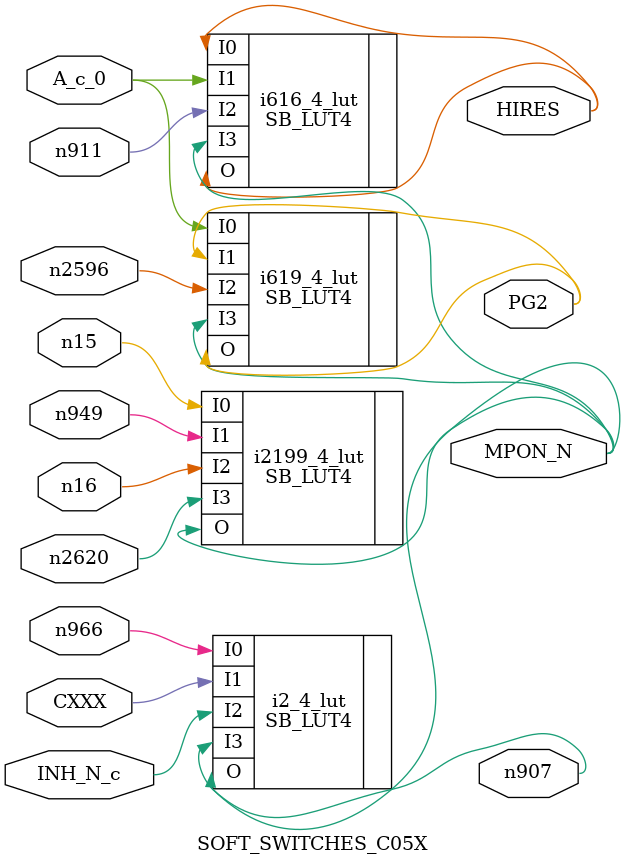
<source format=v>

module MMU (A, PHI_0, Q3, PRAS_N, R_W_N, INH_N, DMA_N, ORA, 
            EN80_N, KBD_N, ROMEN1_N, ROMEN2_N, MD7, R_W_N_245, CASEN_N, 
            CXXXOUT);   // ../custom/mmu.vhdl(17[8:11])
    input [15:0]A;   // ../custom/mmu.vhdl(19[9:10])
    input PHI_0;   // ../custom/mmu.vhdl(20[9:14])
    input Q3;   // ../custom/mmu.vhdl(21[9:11])
    input PRAS_N;   // ../custom/mmu.vhdl(22[9:15])
    input R_W_N;   // ../custom/mmu.vhdl(23[9:14])
    input INH_N;   // ../custom/mmu.vhdl(24[9:14])
    input DMA_N;   // ../custom/mmu.vhdl(25[9:14])
    output [7:0]ORA;   // ../custom/mmu.vhdl(27[9:12])
    output EN80_N;   // ../custom/mmu.vhdl(28[9:15])
    output KBD_N;   // ../custom/mmu.vhdl(29[9:14])
    inout ROMEN1_N /* synthesis black_box_pad_pin=1 */ ;   // ../custom/mmu.vhdl(30[9:17])
    output ROMEN2_N;   // ../custom/mmu.vhdl(31[9:17])
    inout MD7 /* synthesis black_box_pad_pin=1 */ ;   // ../custom/mmu.vhdl(32[9:12])
    inout R_W_N_245 /* synthesis black_box_pad_pin=1 */ ;   // ../custom/mmu.vhdl(33[9:18])
    output CASEN_N;   // ../custom/mmu.vhdl(34[9:16])
    output CXXXOUT;   // ../custom/mmu.vhdl(35[9:16])
    
    wire PHI_0_c /* synthesis is_clock=1, SET_AS_NETWORK=PHI_0_c */ ;   // ../custom/mmu.vhdl(20[9:14])
    wire DELAY_CLK /* synthesis is_clock=1, SET_AS_NETWORK=DELAY_CLK */ ;   // ../custom/mmu.vhdl(360[12:21])
    wire DEV0_N /* synthesis is_clock=1, SET_AS_NETWORK=DEV0_N */ ;   // ../custom/mmu.vhdl(368[12:18])
    
    wire GND_net, VCC_net, A_c_15, A_c_14, A_c_13, A_c_12, A_c_11, 
        A_c_10, A_c_9, A_c_8, A_c_7, A_c_6, A_c_5, A_c_4, A_c_3, 
        A_c_2, A_c_1, A_c_0, Q3_c, PRAS_N_c, R_W_N_c, INH_N_c, 
        DMA_N_c, EN80_N_c, KBD_N_c, ROMEN2_N_c, CASEN_N_c, CXXXOUT_c, 
        D_PHI_0, CXXX, C8_FXX, D_FXXX, MC0XX_N, LATCHED_MC05X_N, 
        MPON_N, BANK1, BANK2, RDRAM, RDROM, WRPROT, EN80VID, FLG1, 
        FLG2, PENIO_N, ALTSTKZP, INTC300_N, PG2, HIRES, SELMB_N, 
        INTC8ACC, CENROM1, UNGATED_MD7;
    wire [7:0]UNGATED_RA;   // ../custom/mmu.vhdl(379[12:22])
    
    wire RA_ENABLE_N, ROMEN1_N_INT, MD7_ENABLE_N_N_6, R_W_N_245_INT, 
        RA_ENABLE_N_N_2, FXXX_N_N_8, DXXX_N_N_13, S_01XX_N_N_51, A3_N_80, 
        ENABLE_N, n1226, SELMB_N_N_137, n911, D2_6_N_148, n966, 
        n1145, INTC8EN, INTC3ACC_N_N_175, n907, n626, MA12_N_209, 
        n2523, n912, n949, n933, n927, n953, n906, n2520, n2596, 
        n2620, n2584, n2576, n16, n15;
    
    VCC i2 (.Y(VCC_net));
    DELAY_OSCILLATOR U_DELAY_OSCILLATOR (.VCC_net(VCC_net), .DELAY_CLK(DELAY_CLK));   // ../custom/mmu.vhdl(388[26:42])
    SB_IO_OD U_MD7 (.PACKAGEPIN(MD7), .LATCHINPUTVALUE(GND_net), .CLOCKENABLE(GND_net), 
            .INPUTCLK(GND_net), .OUTPUTCLK(GND_net), .OUTPUTENABLE(MD7_ENABLE_N_N_6), 
            .DOUT1(GND_net), .DOUT0(UNGATED_MD7)) /* synthesis syn_instantiated=1 */ ;
    defparam U_MD7.PIN_TYPE = 101001;
    defparam U_MD7.NEG_TRIGGER = 1'b0;
    SB_IO_OD U_R_W_N_245 (.PACKAGEPIN(R_W_N_245), .LATCHINPUTVALUE(GND_net), 
            .CLOCKENABLE(GND_net), .INPUTCLK(GND_net), .OUTPUTCLK(GND_net), 
            .OUTPUTENABLE(VCC_net), .DOUT1(GND_net), .DOUT0(R_W_N_245_INT)) /* synthesis syn_instantiated=1 */ ;
    defparam U_R_W_N_245.PIN_TYPE = 011001;
    defparam U_R_W_N_245.NEG_TRIGGER = 1'b0;
    SB_IO_OD U_ROMEN1_N (.PACKAGEPIN(ROMEN1_N), .LATCHINPUTVALUE(GND_net), 
            .CLOCKENABLE(GND_net), .INPUTCLK(GND_net), .OUTPUTCLK(GND_net), 
            .OUTPUTENABLE(VCC_net), .DOUT1(GND_net), .DOUT0(ROMEN1_N_INT)) /* synthesis syn_instantiated=1 */ ;
    defparam U_ROMEN1_N.PIN_TYPE = 011001;
    defparam U_ROMEN1_N.NEG_TRIGGER = 1'b0;
    MMU_ADDR_DECODER U_ADDR_DECODER (.A_c_15(A_c_15), .A_c_14(A_c_14), .A_c_13(A_c_13), 
            .FXXX_N_N_8(FXXX_N_N_8), .GND_net(GND_net), .CXXXOUT_c(CXXXOUT_c), 
            .INH_N_c(INH_N_c), .PHI_0_c(PHI_0_c), .DMA_N_c(DMA_N_c), .R_W_N_c(R_W_N_c), 
            .R_W_N_245_INT(R_W_N_245_INT), .A_c_12(A_c_12), .A_c_8(A_c_8), 
            .n626(n626), .S_01XX_N_N_51(S_01XX_N_N_51), .DXXX_N_N_13(DXXX_N_N_13), 
            .CXXX(CXXX), .A_c_3(A_c_3), .n2523(n2523), .A_c_11(A_c_11), 
            .C8_FXX(C8_FXX), .n906(n906), .A_c_9(A_c_9), .A_c_10(A_c_10), 
            .MC0XX_N(MC0XX_N), .A_c_4(A_c_4), .MD7_ENABLE_N_N_6(MD7_ENABLE_N_N_6), 
            .D_FXXX(D_FXXX), .BANK1(BANK1), .MA12_N_209(MA12_N_209), .A_c_7(A_c_7), 
            .n1226(n1226), .KBD_N_c(KBD_N_c), .FLG2(FLG2), .FLG1(FLG1), 
            .SELMB_N_N_137(SELMB_N_N_137), .n927(n927), .INTC300_N(INTC300_N), 
            .INTC3ACC_N_N_175(INTC3ACC_N_N_175), .A_c_6(A_c_6), .A_c_5(A_c_5), 
            .n953(n953));   // ../custom/mmu.vhdl(398[22:38])
    SB_IO INH_N_pad (.PACKAGE_PIN(INH_N), .OUTPUT_ENABLE(VCC_net), .D_IN_0(INH_N_c));   // C:/lscc/iCEcube2.2020.12/LSE/userware/NT/SYNTHESIS_HEADERS/sb_ice40.v(502[8:13])
    defparam INH_N_pad.PIN_TYPE = 6'b000001;
    defparam INH_N_pad.PULLUP = 1'b0;
    defparam INH_N_pad.NEG_TRIGGER = 1'b0;
    defparam INH_N_pad.IO_STANDARD = "SB_LVCMOS";
    SB_IO R_W_N_pad (.PACKAGE_PIN(R_W_N), .OUTPUT_ENABLE(VCC_net), .D_IN_0(R_W_N_c));   // C:/lscc/iCEcube2.2020.12/LSE/userware/NT/SYNTHESIS_HEADERS/sb_ice40.v(502[8:13])
    defparam R_W_N_pad.PIN_TYPE = 6'b000001;
    defparam R_W_N_pad.PULLUP = 1'b0;
    defparam R_W_N_pad.NEG_TRIGGER = 1'b0;
    defparam R_W_N_pad.IO_STANDARD = "SB_LVCMOS";
    SB_IO PRAS_N_pad (.PACKAGE_PIN(PRAS_N), .OUTPUT_ENABLE(VCC_net), .D_IN_0(PRAS_N_c));   // C:/lscc/iCEcube2.2020.12/LSE/userware/NT/SYNTHESIS_HEADERS/sb_ice40.v(502[8:13])
    defparam PRAS_N_pad.PIN_TYPE = 6'b000001;
    defparam PRAS_N_pad.PULLUP = 1'b0;
    defparam PRAS_N_pad.NEG_TRIGGER = 1'b0;
    defparam PRAS_N_pad.IO_STANDARD = "SB_LVCMOS";
    SB_IO Q3_pad (.PACKAGE_PIN(Q3), .OUTPUT_ENABLE(VCC_net), .D_IN_0(Q3_c));   // C:/lscc/iCEcube2.2020.12/LSE/userware/NT/SYNTHESIS_HEADERS/sb_ice40.v(502[8:13])
    defparam Q3_pad.PIN_TYPE = 6'b000001;
    defparam Q3_pad.PULLUP = 1'b0;
    defparam Q3_pad.NEG_TRIGGER = 1'b0;
    defparam Q3_pad.IO_STANDARD = "SB_LVCMOS";
    SB_GB_IO PHI_0_pad (.PACKAGE_PIN(PHI_0), .OUTPUT_ENABLE(VCC_net), .GLOBAL_BUFFER_OUTPUT(PHI_0_c));   // ../custom/mmu.vhdl(20[9:14])
    defparam PHI_0_pad.PIN_TYPE = 6'b000001;
    defparam PHI_0_pad.PULLUP = 1'b0;
    defparam PHI_0_pad.NEG_TRIGGER = 1'b0;
    defparam PHI_0_pad.IO_STANDARD = "SB_LVCMOS";
    SB_IO A_pad_0 (.PACKAGE_PIN(A[0]), .OUTPUT_ENABLE(VCC_net), .D_IN_0(A_c_0));   // C:/lscc/iCEcube2.2020.12/LSE/userware/NT/SYNTHESIS_HEADERS/sb_ice40.v(502[8:13])
    defparam A_pad_0.PIN_TYPE = 6'b000001;
    defparam A_pad_0.PULLUP = 1'b0;
    defparam A_pad_0.NEG_TRIGGER = 1'b0;
    defparam A_pad_0.IO_STANDARD = "SB_LVCMOS";
    SB_IO A_pad_1 (.PACKAGE_PIN(A[1]), .OUTPUT_ENABLE(VCC_net), .D_IN_0(A_c_1));   // C:/lscc/iCEcube2.2020.12/LSE/userware/NT/SYNTHESIS_HEADERS/sb_ice40.v(502[8:13])
    defparam A_pad_1.PIN_TYPE = 6'b000001;
    defparam A_pad_1.PULLUP = 1'b0;
    defparam A_pad_1.NEG_TRIGGER = 1'b0;
    defparam A_pad_1.IO_STANDARD = "SB_LVCMOS";
    SB_IO A_pad_2 (.PACKAGE_PIN(A[2]), .OUTPUT_ENABLE(VCC_net), .D_IN_0(A_c_2));   // C:/lscc/iCEcube2.2020.12/LSE/userware/NT/SYNTHESIS_HEADERS/sb_ice40.v(502[8:13])
    defparam A_pad_2.PIN_TYPE = 6'b000001;
    defparam A_pad_2.PULLUP = 1'b0;
    defparam A_pad_2.NEG_TRIGGER = 1'b0;
    defparam A_pad_2.IO_STANDARD = "SB_LVCMOS";
    SB_IO A_pad_3 (.PACKAGE_PIN(A[3]), .OUTPUT_ENABLE(VCC_net), .D_IN_0(A_c_3));   // C:/lscc/iCEcube2.2020.12/LSE/userware/NT/SYNTHESIS_HEADERS/sb_ice40.v(502[8:13])
    defparam A_pad_3.PIN_TYPE = 6'b000001;
    defparam A_pad_3.PULLUP = 1'b0;
    defparam A_pad_3.NEG_TRIGGER = 1'b0;
    defparam A_pad_3.IO_STANDARD = "SB_LVCMOS";
    SB_IO A_pad_4 (.PACKAGE_PIN(A[4]), .OUTPUT_ENABLE(VCC_net), .D_IN_0(A_c_4));   // C:/lscc/iCEcube2.2020.12/LSE/userware/NT/SYNTHESIS_HEADERS/sb_ice40.v(502[8:13])
    defparam A_pad_4.PIN_TYPE = 6'b000001;
    defparam A_pad_4.PULLUP = 1'b0;
    defparam A_pad_4.NEG_TRIGGER = 1'b0;
    defparam A_pad_4.IO_STANDARD = "SB_LVCMOS";
    SB_IO A_pad_5 (.PACKAGE_PIN(A[5]), .OUTPUT_ENABLE(VCC_net), .D_IN_0(A_c_5));   // C:/lscc/iCEcube2.2020.12/LSE/userware/NT/SYNTHESIS_HEADERS/sb_ice40.v(502[8:13])
    defparam A_pad_5.PIN_TYPE = 6'b000001;
    defparam A_pad_5.PULLUP = 1'b0;
    defparam A_pad_5.NEG_TRIGGER = 1'b0;
    defparam A_pad_5.IO_STANDARD = "SB_LVCMOS";
    SB_IO A_pad_6 (.PACKAGE_PIN(A[6]), .OUTPUT_ENABLE(VCC_net), .D_IN_0(A_c_6));   // C:/lscc/iCEcube2.2020.12/LSE/userware/NT/SYNTHESIS_HEADERS/sb_ice40.v(502[8:13])
    defparam A_pad_6.PIN_TYPE = 6'b000001;
    defparam A_pad_6.PULLUP = 1'b0;
    defparam A_pad_6.NEG_TRIGGER = 1'b0;
    defparam A_pad_6.IO_STANDARD = "SB_LVCMOS";
    SB_IO A_pad_7 (.PACKAGE_PIN(A[7]), .OUTPUT_ENABLE(VCC_net), .D_IN_0(A_c_7));   // C:/lscc/iCEcube2.2020.12/LSE/userware/NT/SYNTHESIS_HEADERS/sb_ice40.v(502[8:13])
    defparam A_pad_7.PIN_TYPE = 6'b000001;
    defparam A_pad_7.PULLUP = 1'b0;
    defparam A_pad_7.NEG_TRIGGER = 1'b0;
    defparam A_pad_7.IO_STANDARD = "SB_LVCMOS";
    SB_IO A_pad_8 (.PACKAGE_PIN(A[8]), .OUTPUT_ENABLE(VCC_net), .D_IN_0(A_c_8));   // C:/lscc/iCEcube2.2020.12/LSE/userware/NT/SYNTHESIS_HEADERS/sb_ice40.v(502[8:13])
    defparam A_pad_8.PIN_TYPE = 6'b000001;
    defparam A_pad_8.PULLUP = 1'b0;
    defparam A_pad_8.NEG_TRIGGER = 1'b0;
    defparam A_pad_8.IO_STANDARD = "SB_LVCMOS";
    SB_IO A_pad_9 (.PACKAGE_PIN(A[9]), .OUTPUT_ENABLE(VCC_net), .D_IN_0(A_c_9));   // C:/lscc/iCEcube2.2020.12/LSE/userware/NT/SYNTHESIS_HEADERS/sb_ice40.v(502[8:13])
    defparam A_pad_9.PIN_TYPE = 6'b000001;
    defparam A_pad_9.PULLUP = 1'b0;
    defparam A_pad_9.NEG_TRIGGER = 1'b0;
    defparam A_pad_9.IO_STANDARD = "SB_LVCMOS";
    SB_IO A_pad_10 (.PACKAGE_PIN(A[10]), .OUTPUT_ENABLE(VCC_net), .D_IN_0(A_c_10));   // C:/lscc/iCEcube2.2020.12/LSE/userware/NT/SYNTHESIS_HEADERS/sb_ice40.v(502[8:13])
    defparam A_pad_10.PIN_TYPE = 6'b000001;
    defparam A_pad_10.PULLUP = 1'b0;
    defparam A_pad_10.NEG_TRIGGER = 1'b0;
    defparam A_pad_10.IO_STANDARD = "SB_LVCMOS";
    SB_IO A_pad_11 (.PACKAGE_PIN(A[11]), .OUTPUT_ENABLE(VCC_net), .D_IN_0(A_c_11));   // C:/lscc/iCEcube2.2020.12/LSE/userware/NT/SYNTHESIS_HEADERS/sb_ice40.v(502[8:13])
    defparam A_pad_11.PIN_TYPE = 6'b000001;
    defparam A_pad_11.PULLUP = 1'b0;
    defparam A_pad_11.NEG_TRIGGER = 1'b0;
    defparam A_pad_11.IO_STANDARD = "SB_LVCMOS";
    SB_IO A_pad_12 (.PACKAGE_PIN(A[12]), .OUTPUT_ENABLE(VCC_net), .D_IN_0(A_c_12));   // C:/lscc/iCEcube2.2020.12/LSE/userware/NT/SYNTHESIS_HEADERS/sb_ice40.v(502[8:13])
    defparam A_pad_12.PIN_TYPE = 6'b000001;
    defparam A_pad_12.PULLUP = 1'b0;
    defparam A_pad_12.NEG_TRIGGER = 1'b0;
    defparam A_pad_12.IO_STANDARD = "SB_LVCMOS";
    SB_IO A_pad_13 (.PACKAGE_PIN(A[13]), .OUTPUT_ENABLE(VCC_net), .D_IN_0(A_c_13));   // C:/lscc/iCEcube2.2020.12/LSE/userware/NT/SYNTHESIS_HEADERS/sb_ice40.v(502[8:13])
    defparam A_pad_13.PIN_TYPE = 6'b000001;
    defparam A_pad_13.PULLUP = 1'b0;
    defparam A_pad_13.NEG_TRIGGER = 1'b0;
    defparam A_pad_13.IO_STANDARD = "SB_LVCMOS";
    SB_IO A_pad_14 (.PACKAGE_PIN(A[14]), .OUTPUT_ENABLE(VCC_net), .D_IN_0(A_c_14));   // C:/lscc/iCEcube2.2020.12/LSE/userware/NT/SYNTHESIS_HEADERS/sb_ice40.v(502[8:13])
    defparam A_pad_14.PIN_TYPE = 6'b000001;
    defparam A_pad_14.PULLUP = 1'b0;
    defparam A_pad_14.NEG_TRIGGER = 1'b0;
    defparam A_pad_14.IO_STANDARD = "SB_LVCMOS";
    SB_IO A_pad_15 (.PACKAGE_PIN(A[15]), .OUTPUT_ENABLE(VCC_net), .D_IN_0(A_c_15));   // C:/lscc/iCEcube2.2020.12/LSE/userware/NT/SYNTHESIS_HEADERS/sb_ice40.v(502[8:13])
    defparam A_pad_15.PIN_TYPE = 6'b000001;
    defparam A_pad_15.PULLUP = 1'b0;
    defparam A_pad_15.NEG_TRIGGER = 1'b0;
    defparam A_pad_15.IO_STANDARD = "SB_LVCMOS";
    MMU_INTERNALS UMMU_INTERNALS (.A_c_7(A_c_7), .PHI_0_c(PHI_0_c), .n933(n933), 
            .A_c_10(A_c_10), .C8_FXX(C8_FXX), .A_c_5(A_c_5), .n927(n927), 
            .A_c_4(A_c_4), .A_c_0(A_c_0), .n2520(n2520), .INTC3ACC_N_N_175(INTC3ACC_N_N_175), 
            .GND_net(GND_net), .INTC8EN(INTC8EN), .MPON_N(MPON_N), .INTC8ACC(INTC8ACC));   // ../custom/mmu.vhdl(547[22:35])
    SB_IO CXXXOUT_pad (.PACKAGE_PIN(CXXXOUT), .OUTPUT_ENABLE(VCC_net), .D_OUT_0(CXXXOUT_c));   // C:/lscc/iCEcube2.2020.12/LSE/userware/NT/SYNTHESIS_HEADERS/sb_ice40.v(502[8:13])
    defparam CXXXOUT_pad.PIN_TYPE = 6'b011001;
    defparam CXXXOUT_pad.PULLUP = 1'b0;
    defparam CXXXOUT_pad.NEG_TRIGGER = 1'b0;
    defparam CXXXOUT_pad.IO_STANDARD = "SB_LVCMOS";
    SB_IO DMA_N_pad (.PACKAGE_PIN(DMA_N), .OUTPUT_ENABLE(VCC_net), .D_IN_0(DMA_N_c));   // C:/lscc/iCEcube2.2020.12/LSE/userware/NT/SYNTHESIS_HEADERS/sb_ice40.v(502[8:13])
    defparam DMA_N_pad.PIN_TYPE = 6'b000001;
    defparam DMA_N_pad.PULLUP = 1'b0;
    defparam DMA_N_pad.NEG_TRIGGER = 1'b0;
    defparam DMA_N_pad.IO_STANDARD = "SB_LVCMOS";
    SB_IO CASEN_N_pad (.PACKAGE_PIN(CASEN_N), .OUTPUT_ENABLE(VCC_net), .D_OUT_0(CASEN_N_c));   // C:/lscc/iCEcube2.2020.12/LSE/userware/NT/SYNTHESIS_HEADERS/sb_ice40.v(502[8:13])
    defparam CASEN_N_pad.PIN_TYPE = 6'b011001;
    defparam CASEN_N_pad.PULLUP = 1'b0;
    defparam CASEN_N_pad.NEG_TRIGGER = 1'b0;
    defparam CASEN_N_pad.IO_STANDARD = "SB_LVCMOS";
    SB_IO ROMEN2_N_pad (.PACKAGE_PIN(ROMEN2_N), .OUTPUT_ENABLE(VCC_net), 
          .D_OUT_0(ROMEN2_N_c));   // C:/lscc/iCEcube2.2020.12/LSE/userware/NT/SYNTHESIS_HEADERS/sb_ice40.v(502[8:13])
    defparam ROMEN2_N_pad.PIN_TYPE = 6'b011001;
    defparam ROMEN2_N_pad.PULLUP = 1'b0;
    defparam ROMEN2_N_pad.NEG_TRIGGER = 1'b0;
    defparam ROMEN2_N_pad.IO_STANDARD = "SB_LVCMOS";
    SB_IO KBD_N_pad (.PACKAGE_PIN(KBD_N), .OUTPUT_ENABLE(VCC_net), .D_OUT_0(KBD_N_c));   // C:/lscc/iCEcube2.2020.12/LSE/userware/NT/SYNTHESIS_HEADERS/sb_ice40.v(502[8:13])
    defparam KBD_N_pad.PIN_TYPE = 6'b011001;
    defparam KBD_N_pad.PULLUP = 1'b0;
    defparam KBD_N_pad.NEG_TRIGGER = 1'b0;
    defparam KBD_N_pad.IO_STANDARD = "SB_LVCMOS";
    SB_IO EN80_N_pad (.PACKAGE_PIN(EN80_N), .OUTPUT_ENABLE(VCC_net), .D_OUT_0(EN80_N_c));   // C:/lscc/iCEcube2.2020.12/LSE/userware/NT/SYNTHESIS_HEADERS/sb_ice40.v(502[8:13])
    defparam EN80_N_pad.PIN_TYPE = 6'b011001;
    defparam EN80_N_pad.PULLUP = 1'b0;
    defparam EN80_N_pad.NEG_TRIGGER = 1'b0;
    defparam EN80_N_pad.IO_STANDARD = "SB_LVCMOS";
    SB_IO ORA_pad_0 (.PACKAGE_PIN(ORA[0]), .OUTPUT_ENABLE(RA_ENABLE_N_N_2), 
          .D_OUT_0(UNGATED_RA[0]));   // C:/lscc/iCEcube2.2020.12/LSE/userware/NT/SYNTHESIS_HEADERS/sb_ice40.v(502[8:13])
    defparam ORA_pad_0.PIN_TYPE = 6'b101001;
    defparam ORA_pad_0.PULLUP = 1'b0;
    defparam ORA_pad_0.NEG_TRIGGER = 1'b0;
    defparam ORA_pad_0.IO_STANDARD = "SB_LVCMOS";
    SB_IO ORA_pad_1 (.PACKAGE_PIN(ORA[1]), .OUTPUT_ENABLE(RA_ENABLE_N_N_2), 
          .D_OUT_0(UNGATED_RA[1]));   // C:/lscc/iCEcube2.2020.12/LSE/userware/NT/SYNTHESIS_HEADERS/sb_ice40.v(502[8:13])
    defparam ORA_pad_1.PIN_TYPE = 6'b101001;
    defparam ORA_pad_1.PULLUP = 1'b0;
    defparam ORA_pad_1.NEG_TRIGGER = 1'b0;
    defparam ORA_pad_1.IO_STANDARD = "SB_LVCMOS";
    SB_IO ORA_pad_2 (.PACKAGE_PIN(ORA[2]), .OUTPUT_ENABLE(RA_ENABLE_N_N_2), 
          .D_OUT_0(UNGATED_RA[2]));   // C:/lscc/iCEcube2.2020.12/LSE/userware/NT/SYNTHESIS_HEADERS/sb_ice40.v(502[8:13])
    defparam ORA_pad_2.PIN_TYPE = 6'b101001;
    defparam ORA_pad_2.PULLUP = 1'b0;
    defparam ORA_pad_2.NEG_TRIGGER = 1'b0;
    defparam ORA_pad_2.IO_STANDARD = "SB_LVCMOS";
    SB_IO ORA_pad_3 (.PACKAGE_PIN(ORA[3]), .OUTPUT_ENABLE(RA_ENABLE_N_N_2), 
          .D_OUT_0(UNGATED_RA[3]));   // C:/lscc/iCEcube2.2020.12/LSE/userware/NT/SYNTHESIS_HEADERS/sb_ice40.v(502[8:13])
    defparam ORA_pad_3.PIN_TYPE = 6'b101001;
    defparam ORA_pad_3.PULLUP = 1'b0;
    defparam ORA_pad_3.NEG_TRIGGER = 1'b0;
    defparam ORA_pad_3.IO_STANDARD = "SB_LVCMOS";
    MMU_SOFT_SWITCHES_C08X U_MMU_SOFT_SWITCHES_C08X (.A_c_0(A_c_0), .R_W_N_c(R_W_N_c), 
            .GND_net(GND_net), .A_c_1(A_c_1), .RDRAM(RDRAM), .DEV0_N(DEV0_N), 
            .MPON_N(MPON_N), .WRPROT(WRPROT), .RDROM(RDROM), .A_c_3(A_c_3), 
            .BANK1(BANK1), .A3_N_80(A3_N_80), .BANK2(BANK2));   // ../custom/mmu.vhdl(445[32:54])
    SB_IO ORA_pad_4 (.PACKAGE_PIN(ORA[4]), .OUTPUT_ENABLE(RA_ENABLE_N_N_2), 
          .D_OUT_0(UNGATED_RA[4]));   // C:/lscc/iCEcube2.2020.12/LSE/userware/NT/SYNTHESIS_HEADERS/sb_ice40.v(502[8:13])
    defparam ORA_pad_4.PIN_TYPE = 6'b101001;
    defparam ORA_pad_4.PULLUP = 1'b0;
    defparam ORA_pad_4.NEG_TRIGGER = 1'b0;
    defparam ORA_pad_4.IO_STANDARD = "SB_LVCMOS";
    SB_IO ORA_pad_5 (.PACKAGE_PIN(ORA[5]), .OUTPUT_ENABLE(RA_ENABLE_N_N_2), 
          .D_OUT_0(UNGATED_RA[5]));   // C:/lscc/iCEcube2.2020.12/LSE/userware/NT/SYNTHESIS_HEADERS/sb_ice40.v(502[8:13])
    defparam ORA_pad_5.PIN_TYPE = 6'b101001;
    defparam ORA_pad_5.PULLUP = 1'b0;
    defparam ORA_pad_5.NEG_TRIGGER = 1'b0;
    defparam ORA_pad_5.IO_STANDARD = "SB_LVCMOS";
    SB_IO ORA_pad_6 (.PACKAGE_PIN(ORA[6]), .OUTPUT_ENABLE(RA_ENABLE_N_N_2), 
          .D_OUT_0(UNGATED_RA[6]));   // C:/lscc/iCEcube2.2020.12/LSE/userware/NT/SYNTHESIS_HEADERS/sb_ice40.v(502[8:13])
    defparam ORA_pad_6.PIN_TYPE = 6'b101001;
    defparam ORA_pad_6.PULLUP = 1'b0;
    defparam ORA_pad_6.NEG_TRIGGER = 1'b0;
    defparam ORA_pad_6.IO_STANDARD = "SB_LVCMOS";
    SB_IO ORA_pad_7 (.PACKAGE_PIN(ORA[7]), .OUTPUT_ENABLE(RA_ENABLE_N_N_2), 
          .D_OUT_0(UNGATED_RA[7]));   // C:/lscc/iCEcube2.2020.12/LSE/userware/NT/SYNTHESIS_HEADERS/sb_ice40.v(502[8:13])
    defparam ORA_pad_7.PIN_TYPE = 6'b101001;
    defparam ORA_pad_7.PULLUP = 1'b0;
    defparam ORA_pad_7.NEG_TRIGGER = 1'b0;
    defparam ORA_pad_7.IO_STANDARD = "SB_LVCMOS";
    MMU_EN80 U_MMU_EN80 (.n907(n907), .D_PHI_0(D_PHI_0), .SELMB_N(SELMB_N), 
            .EN80_N_c(EN80_N_c), .GND_net(GND_net));   // ../custom/mmu.vhdl(618[18:26])
    GND i1 (.Y(GND_net));
    SB_LUT4 i2096_2_lut (.I0(PHI_0_c), .I1(A_c_4), .I2(GND_net), .I3(GND_net), 
            .O(n2576));
    defparam i2096_2_lut.LUT_INIT = 16'h8888;
    SB_LUT4 i4_4_lut (.I0(A_c_5), .I1(A_c_6), .I2(n1226), .I3(n2576), 
            .O(LATCHED_MC05X_N));
    defparam i4_4_lut.LUT_INIT = 16'hfbff;
    SB_LUT4 i1192_2_lut (.I0(RA_ENABLE_N), .I1(PHI_0_c), .I2(GND_net), 
            .I3(GND_net), .O(n1145));   // ../sources/common/ra_mux.vhdl(66[9] 70[16])
    defparam i1192_2_lut.LUT_INIT = 16'heeee;
    SB_LUT4 RA_ENABLE_N_I_0_1_lut (.I0(RA_ENABLE_N), .I1(GND_net), .I2(GND_net), 
            .I3(GND_net), .O(RA_ENABLE_N_N_2));   // ../custom/mmu.vhdl(646[28:45])
    defparam RA_ENABLE_N_I_0_1_lut.LUT_INIT = 16'h5555;
    MMU_CXXXOUT U_MMU_CXXXOUT (.CXXX(CXXX), .INTC8ACC(INTC8ACC), .CENROM1(CENROM1), 
            .INTC3ACC_N_N_175(INTC3ACC_N_N_175), .CXXXOUT_c(CXXXOUT_c));   // ../custom/mmu.vhdl(565[21:32])
    MMU_RA U_MMU_RA (.n1145(n1145), .RA_ENABLE_N(RA_ENABLE_N), .A_c_9(A_c_9), 
           .A_c_0(A_c_0), .PRAS_N_c(PRAS_N_c), .UNGATED_RA({UNGATED_RA}), 
           .A_c_6(A_c_6), .A_c_1(A_c_1), .A_c_10(A_c_10), .A_c_2(A_c_2), 
           .Q3_c(Q3_c), .PHI_0_c(PHI_0_c), .GND_net(GND_net), .A_c_11(A_c_11), 
           .A_c_3(A_c_3), .MA12_N_209(MA12_N_209), .A_c_4(A_c_4), .A_c_12(A_c_12), 
           .A_c_13(A_c_13), .A_c_5(A_c_5), .A_c_14(A_c_14), .A_c_7(A_c_7), 
           .A_c_15(A_c_15), .A_c_8(A_c_8), .DELAY_CLK(DELAY_CLK));   // ../custom/mmu.vhdl(634[16:22])
    MMU_SELMB U_MMU_SELMB (.A_c_15(A_c_15), .A_c_14(A_c_14), .GND_net(GND_net), 
            .A_c_12(A_c_12), .A_c_10(A_c_10), .A_c_11(A_c_11), .HIRES(HIRES), 
            .A_c_13(A_c_13), .ALTSTKZP(ALTSTKZP), .SELMB_N_N_137(SELMB_N_N_137), 
            .D_FXXX(D_FXXX), .n626(n626), .PG2(PG2), .EN80VID(EN80VID), 
            .SELMB_N(SELMB_N));   // ../custom/mmu.vhdl(517[19:28])
    MMU_MD7 U_MMU_MD7 (.A_c_3(A_c_3), .A_c_1(A_c_1), .A_c_2(A_c_2), .ENABLE_N(ENABLE_N), 
            .n912(n912), .PRAS_N_c(PRAS_N_c), .Q3_c(Q3_c), .n906(n906), 
            .GND_net(GND_net), .A_c_0(A_c_0), .n2523(n2523), .LATCHED_MC05X_N(LATCHED_MC05X_N), 
            .n911(n911), .BANK2(BANK2), .RDRAM(RDRAM), .FLG1(FLG1), 
            .ALTSTKZP(ALTSTKZP), .INTC300_N(INTC300_N), .FLG2(FLG2), .PENIO_N(PENIO_N), 
            .n933(n933), .A3_N_80(A3_N_80), .n2584(n2584), .EN80VID(EN80VID), 
            .UNGATED_MD7(UNGATED_MD7));   // ../custom/mmu.vhdl(600[17:24])
    MMU_ROMEN U_MMU_ROMEN (.DXXX_N_N_13(DXXX_N_N_13), .CENROM1(CENROM1), 
            .D2_6_N_148(D2_6_N_148), .A_c_12(A_c_12), .INH_N_c(INH_N_c), 
            .D_PHI_0(D_PHI_0), .ROMEN1_N_INT(ROMEN1_N_INT), .C8_FXX(C8_FXX), 
            .INTC8EN(INTC8EN), .INTC3ACC_N_N_175(INTC3ACC_N_N_175), .GND_net(GND_net), 
            .FXXX_N_N_8(FXXX_N_N_8), .ROMEN2_N_c(ROMEN2_N_c));   // ../custom/mmu.vhdl(584[19:28])
    SOFT_SWITCHES_C00X U_SOFT_SWITCHES_C00X (.MC0XX_N(MC0XX_N), .A_c_7(A_c_7), 
            .n953(n953), .R_W_N_c(R_W_N_c), .ENABLE_N(ENABLE_N), .A_c_1(A_c_1), 
            .A_c_2(A_c_2), .n949(n949), .GND_net(GND_net), .A_c_3(A_c_3), 
            .INTC300_N(INTC300_N), .A_c_0(A_c_0), .MPON_N(MPON_N), .ALTSTKZP(ALTSTKZP), 
            .LATCHED_MC05X_N(LATCHED_MC05X_N), .n2596(n2596), .FLG2(FLG2), 
            .FLG1(FLG1), .PENIO_N(PENIO_N), .n912(n912), .CENROM1(CENROM1), 
            .EN80VID(EN80VID), .n2584(n2584));   // ../custom/mmu.vhdl(464[28:46])
    MMU_CASEN UMMU_CASEN (.R_W_N_c(R_W_N_c), .RDROM(RDROM), .D2_6_N_148(D2_6_N_148), 
            .GND_net(GND_net), .D_FXXX(D_FXXX), .WRPROT(WRPROT), .n966(n966), 
            .n907(n907), .SELMB_N(SELMB_N), .CASEN_N_c(CASEN_N_c));   // ../custom/mmu.vhdl(532[18:27])
    DEV_DECODER U_DEV_DECODER (.MC0XX_N(MC0XX_N), .n953(n953), .A_c_7(A_c_7), 
            .DEV0_N(DEV0_N), .GND_net(GND_net));   // ../custom/mmu.vhdl(434[21:32])
    MMU_MPON U_MMU_MPON (.PHI_0_c(PHI_0_c), .S_01XX_N_N_51(S_01XX_N_N_51), 
            .A_c_3(A_c_3), .A_c_6(A_c_6), .n2520(n2520), .GND_net(GND_net), 
            .A_c_7(A_c_7), .A_c_9(A_c_9), .A_c_15(A_c_15), .A_c_5(A_c_5), 
            .A_c_12(A_c_12), .A_c_10(A_c_10), .n2620(n2620), .A_c_8(A_c_8), 
            .A_c_4(A_c_4), .n16(n16), .Q3_c(Q3_c), .A_c_11(A_c_11), 
            .A_c_0(A_c_0), .n15(n15), .A_c_14(A_c_14), .A_c_13(A_c_13));   // ../custom/mmu.vhdl(426[18:26])
    MMU_HOLD_TIME U_MMU_HOLD_TIME (.DELAY_CLK(DELAY_CLK), .PHI_0_c(PHI_0_c), 
            .D_PHI_0(D_PHI_0));   // ../custom/mmu.vhdl(392[23:36])
    SOFT_SWITCHES_C05X U_SOFT_SWITCHES_C05X (.n15(n15), .n949(n949), .n16(n16), 
            .n2620(n2620), .MPON_N(MPON_N), .HIRES(HIRES), .A_c_0(A_c_0), 
            .n911(n911), .PG2(PG2), .n2596(n2596), .n966(n966), .CXXX(CXXX), 
            .INH_N_c(INH_N_c), .n907(n907));   // ../custom/mmu.vhdl(488[28:46])
    
endmodule
//
// Verilog Description of module DELAY_OSCILLATOR
//

module DELAY_OSCILLATOR (VCC_net, DELAY_CLK);
    input VCC_net;
    output DELAY_CLK;
    
    wire DELAY_CLK /* synthesis is_clock=1, SET_AS_NETWORK=DELAY_CLK */ ;   // ../custom/mmu.vhdl(360[12:21])
    
    SB_HFOSC U_SB_HFOSC (.CLKHFPU(VCC_net), .CLKHFEN(VCC_net), .CLKHF(DELAY_CLK)) /* synthesis syn_instantiated=1, LSE_LINE_FILE_ID=68, LSE_LCOL=26, LSE_RCOL=42, LSE_LLINE=388, LSE_RLINE=388 */ ;   // ../custom/mmu.vhdl(388[26:42])
    defparam U_SB_HFOSC.CLKHF_DIV = "0b00";
    
endmodule
//
// Verilog Description of module MMU_ADDR_DECODER
//

module MMU_ADDR_DECODER (A_c_15, A_c_14, A_c_13, FXXX_N_N_8, GND_net, 
            CXXXOUT_c, INH_N_c, PHI_0_c, DMA_N_c, R_W_N_c, R_W_N_245_INT, 
            A_c_12, A_c_8, n626, S_01XX_N_N_51, DXXX_N_N_13, CXXX, 
            A_c_3, n2523, A_c_11, C8_FXX, n906, A_c_9, A_c_10, 
            MC0XX_N, A_c_4, MD7_ENABLE_N_N_6, D_FXXX, BANK1, MA12_N_209, 
            A_c_7, n1226, KBD_N_c, FLG2, FLG1, SELMB_N_N_137, n927, 
            INTC300_N, INTC3ACC_N_N_175, A_c_6, A_c_5, n953);
    input A_c_15;
    input A_c_14;
    input A_c_13;
    output FXXX_N_N_8;
    input GND_net;
    input CXXXOUT_c;
    input INH_N_c;
    input PHI_0_c;
    input DMA_N_c;
    input R_W_N_c;
    output R_W_N_245_INT;
    input A_c_12;
    input A_c_8;
    output n626;
    output S_01XX_N_N_51;
    output DXXX_N_N_13;
    output CXXX;
    input A_c_3;
    input n2523;
    input A_c_11;
    output C8_FXX;
    input n906;
    input A_c_9;
    input A_c_10;
    output MC0XX_N;
    input A_c_4;
    output MD7_ENABLE_N_N_6;
    output D_FXXX;
    input BANK1;
    output MA12_N_209;
    input A_c_7;
    output n1226;
    output KBD_N_c;
    input FLG2;
    input FLG1;
    output SELMB_N_N_137;
    output n927;
    input INTC300_N;
    output INTC3ACC_N_N_175;
    input A_c_6;
    input A_c_5;
    output n953;
    
    wire PHI_0_c /* synthesis is_clock=1, SET_AS_NETWORK=PHI_0_c */ ;   // ../custom/mmu.vhdl(20[9:14])
    
    wire n44, n2654, S_0XXX_N, n7, n9, MC0XX_N_N_20;
    
    SB_LUT4 CXXX_FXXX_I_0_79_2_lut_3_lut (.I0(A_c_15), .I1(A_c_14), .I2(A_c_13), 
            .I3(GND_net), .O(FXXX_N_N_8));   // ../sources/mmu/mmu_addr_decoder.vhdl(70[22:37])
    defparam CXXX_FXXX_I_0_79_2_lut_3_lut.LUT_INIT = 16'h8080;
    SB_LUT4 i2172_3_lut (.I0(CXXXOUT_c), .I1(INH_N_c), .I2(n44), .I3(GND_net), 
            .O(n2654));   // ../custom/mmu.vhdl(23[9:14])
    defparam i2172_3_lut.LUT_INIT = 16'h4c4c;
    SB_LUT4 i1_4_lut (.I0(PHI_0_c), .I1(DMA_N_c), .I2(n2654), .I3(R_W_N_c), 
            .O(R_W_N_245_INT));   // ../custom/mmu.vhdl(20[9:14])
    defparam i1_4_lut.LUT_INIT = 16'h0a22;
    SB_LUT4 i3_4_lut (.I0(A_c_15), .I1(A_c_12), .I2(A_c_13), .I3(A_c_14), 
            .O(S_0XXX_N));   // ../sources/mmu/mmu_addr_decoder.vhdl(118[20:52])
    defparam i3_4_lut.LUT_INIT = 16'hfffe;
    SB_LUT4 i2204_2_lut (.I0(A_c_8), .I1(n626), .I2(GND_net), .I3(GND_net), 
            .O(S_01XX_N_N_51));   // ../sources/mmu/mmu_addr_decoder.vhdl(127[17:40])
    defparam i2204_2_lut.LUT_INIT = 16'hdddd;
    SB_LUT4 DXXX_N_N_13_I_0_2_lut (.I0(DXXX_N_N_13), .I1(A_c_12), .I2(GND_net), 
            .I3(GND_net), .O(CXXX));   // ../sources/mmu/mmu_addr_decoder.vhdl(74[22:63])
    defparam DXXX_N_N_13_I_0_2_lut.LUT_INIT = 16'h2222;
    SB_LUT4 i1_3_lut (.I0(A_c_3), .I1(R_W_N_c), .I2(n2523), .I3(GND_net), 
            .O(n7));
    defparam i1_3_lut.LUT_INIT = 16'h4c4c;
    SB_LUT4 CXXX_I_0_80_2_lut_3_lut (.I0(DXXX_N_N_13), .I1(A_c_12), .I2(A_c_11), 
            .I3(GND_net), .O(C8_FXX));   // ../sources/mmu/mmu_addr_decoder.vhdl(75[22:40])
    defparam CXXX_I_0_80_2_lut_3_lut.LUT_INIT = 16'h2020;
    SB_LUT4 i3_4_lut_adj_53 (.I0(A_c_3), .I1(PHI_0_c), .I2(n2523), .I3(n906), 
            .O(n9));
    defparam i3_4_lut_adj_53.LUT_INIT = 16'hfac8;
    SB_LUT4 i2_3_lut_4_lut (.I0(A_c_9), .I1(A_c_10), .I2(MC0XX_N_N_20), 
            .I3(A_c_8), .O(MC0XX_N));   // ../sources/mmu/mmu_addr_decoder.vhdl(121[22:44])
    defparam i2_3_lut_4_lut.LUT_INIT = 16'hfffe;
    SB_LUT4 i5_4_lut (.I0(n9), .I1(n7), .I2(A_c_4), .I3(n44), .O(MD7_ENABLE_N_N_6));
    defparam i5_4_lut.LUT_INIT = 16'h0080;
    SB_LUT4 i1193_2_lut_3_lut (.I0(DXXX_N_N_13), .I1(A_c_12), .I2(FXXX_N_N_8), 
            .I3(GND_net), .O(D_FXXX));   // ../sources/mmu/mmu_addr_decoder.vhdl(73[27:64])
    defparam i1193_2_lut_3_lut.LUT_INIT = 16'hf8f8;
    SB_LUT4 MA12_I_45_2_lut_3_lut (.I0(DXXX_N_N_13), .I1(A_c_12), .I2(BANK1), 
            .I3(GND_net), .O(MA12_N_209));   // ../sources/mmu/mmu_addr_decoder.vhdl(73[27:64])
    defparam MA12_I_45_2_lut_3_lut.LUT_INIT = 16'h8080;
    SB_LUT4 i1_2_lut (.I0(MC0XX_N), .I1(A_c_7), .I2(GND_net), .I3(GND_net), 
            .O(n1226));
    defparam i1_2_lut.LUT_INIT = 16'heeee;
    SB_LUT4 i2_3_lut (.I0(R_W_N_c), .I1(n44), .I2(PHI_0_c), .I3(GND_net), 
            .O(KBD_N_c));
    defparam i2_3_lut.LUT_INIT = 16'hdfdf;
    SB_LUT4 MC0XX_N_I_3_2_lut_3_lut (.I0(DXXX_N_N_13), .I1(A_c_12), .I2(A_c_11), 
            .I3(GND_net), .O(MC0XX_N_N_20));   // ../sources/mmu/mmu_addr_decoder.vhdl(84[20:43])
    defparam MC0XX_N_I_3_2_lut_3_lut.LUT_INIT = 16'hfdfd;
    SB_LUT4 i838_3_lut (.I0(FLG2), .I1(FLG1), .I2(R_W_N_c), .I3(GND_net), 
            .O(SELMB_N_N_137));   // ../custom/mmu.vhdl(23[9:14])
    defparam i838_3_lut.LUT_INIT = 16'hcaca;
    SB_LUT4 i1_2_lut_adj_54 (.I0(A_c_8), .I1(A_c_9), .I2(GND_net), .I3(GND_net), 
            .O(n927));
    defparam i1_2_lut_adj_54.LUT_INIT = 16'h8888;
    SB_LUT4 i2_4_lut (.I0(INTC300_N), .I1(n927), .I2(MC0XX_N_N_20), .I3(A_c_10), 
            .O(INTC3ACC_N_N_175));
    defparam i2_4_lut.LUT_INIT = 16'h0004;
    SB_LUT4 i293_3_lut_4_lut (.I0(A_c_9), .I1(A_c_10), .I2(S_0XXX_N), 
            .I3(A_c_11), .O(n626));   // ../sources/mmu/mmu_addr_decoder.vhdl(121[22:44])
    defparam i293_3_lut_4_lut.LUT_INIT = 16'hfffe;
    SB_LUT4 CXXX_FXXX_I_0_2_lut_3_lut (.I0(A_c_15), .I1(A_c_14), .I2(A_c_13), 
            .I3(GND_net), .O(DXXX_N_N_13));   // ../sources/mmu/mmu_addr_decoder.vhdl(70[22:37])
    defparam CXXX_FXXX_I_0_2_lut_3_lut.LUT_INIT = 16'h0808;
    LS138_U0 MMU_1_J5 (.A_c_6(A_c_6), .A_c_5(A_c_5), .MC0XX_N(MC0XX_N), 
            .A_c_7(A_c_7), .n44(n44), .A_c_4(A_c_4), .PHI_0_c(PHI_0_c), 
            .n953(n953));   // ../sources/mmu/mmu_addr_decoder.vhdl(88[16:21])
    
endmodule
//
// Verilog Description of module LS138_U0
//

module LS138_U0 (A_c_6, A_c_5, MC0XX_N, A_c_7, n44, A_c_4, PHI_0_c, 
            n953);
    input A_c_6;
    input A_c_5;
    input MC0XX_N;
    input A_c_7;
    output n44;
    input A_c_4;
    input PHI_0_c;
    output n953;
    
    wire PHI_0_c /* synthesis is_clock=1, SET_AS_NETWORK=PHI_0_c */ ;   // ../custom/mmu.vhdl(20[9:14])
    
    SB_LUT4 i1_2_lut_3_lut_4_lut (.I0(A_c_6), .I1(A_c_5), .I2(MC0XX_N), 
            .I3(A_c_7), .O(n44));   // ../sources/ttl/ls138.vhdl(37[19:25])
    defparam i1_2_lut_3_lut_4_lut.LUT_INIT = 16'hfffe;
    SB_LUT4 i2_3_lut_4_lut (.I0(A_c_6), .I1(A_c_5), .I2(A_c_4), .I3(PHI_0_c), 
            .O(n953));   // ../sources/ttl/ls138.vhdl(37[19:25])
    defparam i2_3_lut_4_lut.LUT_INIT = 16'hfeff;
    
endmodule
//
// Verilog Description of module MMU_INTERNALS
//

module MMU_INTERNALS (A_c_7, PHI_0_c, n933, A_c_10, C8_FXX, A_c_5, 
            n927, A_c_4, A_c_0, n2520, INTC3ACC_N_N_175, GND_net, 
            INTC8EN, MPON_N, INTC8ACC);
    input A_c_7;
    input PHI_0_c;
    input n933;
    input A_c_10;
    input C8_FXX;
    input A_c_5;
    input n927;
    input A_c_4;
    input A_c_0;
    input n2520;
    input INTC3ACC_N_N_175;
    input GND_net;
    output INTC8EN;
    input MPON_N;
    output INTC8ACC;
    
    wire PHI_0_c /* synthesis is_clock=1, SET_AS_NETWORK=PHI_0_c */ ;   // ../custom/mmu.vhdl(20[9:14])
    
    wire n2580, n2616, n2622, n1605;
    
    SB_LUT4 i2100_4_lut (.I0(A_c_7), .I1(PHI_0_c), .I2(n933), .I3(A_c_10), 
            .O(n2580));
    defparam i2100_4_lut.LUT_INIT = 16'h8000;
    SB_LUT4 i2136_4_lut (.I0(C8_FXX), .I1(A_c_5), .I2(n927), .I3(A_c_4), 
            .O(n2616));
    defparam i2136_4_lut.LUT_INIT = 16'h8000;
    SB_LUT4 i2142_4_lut (.I0(n2616), .I1(A_c_0), .I2(n2580), .I3(n2520), 
            .O(n2622));
    defparam i2142_4_lut.LUT_INIT = 16'h8000;
    SB_LUT4 i1172_2_lut (.I0(INTC3ACC_N_N_175), .I1(PHI_0_c), .I2(GND_net), 
            .I3(GND_net), .O(n1605));
    defparam i1172_2_lut.LUT_INIT = 16'h8888;
    SB_LUT4 i1_4_lut (.I0(INTC8EN), .I1(n1605), .I2(n2622), .I3(MPON_N), 
            .O(INTC8EN));   // ../sources/mmu/mmu_internals.vhdl(51[9] 55[16])
    defparam i1_4_lut.LUT_INIT = 16'hccce;
    SB_LUT4 C8_FXX_I_0_2_lut (.I0(C8_FXX), .I1(INTC8EN), .I2(GND_net), 
            .I3(GND_net), .O(INTC8ACC));   // ../sources/mmu/mmu_internals.vhdl(59[17:39])
    defparam C8_FXX_I_0_2_lut.LUT_INIT = 16'h8888;
    
endmodule
//
// Verilog Description of module MMU_SOFT_SWITCHES_C08X
//

module MMU_SOFT_SWITCHES_C08X (A_c_0, R_W_N_c, GND_net, A_c_1, RDRAM, 
            DEV0_N, MPON_N, WRPROT, RDROM, A_c_3, BANK1, A3_N_80, 
            BANK2);
    input A_c_0;
    input R_W_N_c;
    input GND_net;
    input A_c_1;
    output RDRAM;
    input DEV0_N;
    input MPON_N;
    output WRPROT;
    output RDROM;
    input A_c_3;
    output BANK1;
    input A3_N_80;
    output BANK2;
    
    wire DEV0_N /* synthesis is_clock=1, SET_AS_NETWORK=DEV0_N */ ;   // ../custom/mmu.vhdl(368[12:18])
    
    wire D3, RDROM_N_81, RDROM_N_86, OUT_FST_ACC, D4, D4_N_83, OUT_WREN;
    
    SB_LUT4 A0_I_0_2_lut (.I0(A_c_0), .I1(R_W_N_c), .I2(GND_net), .I3(GND_net), 
            .O(D3));   // ../sources/mmu/mmu_soft_switches_c08x.vhdl(47[11:23])
    defparam A0_I_0_2_lut.LUT_INIT = 16'h8888;
    SB_LUT4 A0_I_0_34_2_lut (.I0(A_c_0), .I1(A_c_1), .I2(GND_net), .I3(GND_net), 
            .O(RDROM_N_81));   // ../sources/mmu/mmu_soft_switches_c08x.vhdl(46[16:25])
    defparam A0_I_0_34_2_lut.LUT_INIT = 16'h6666;
    SB_DFFNR RDRAM_26 (.Q(RDRAM), .C(DEV0_N), .D(RDROM_N_86), .R(MPON_N));   // ../sources/mmu/mmu_soft_switches_c08x.vhdl(58[9] 74[16])
    SB_DFFNR OUT_FST_ACC_27 (.Q(OUT_FST_ACC), .C(DEV0_N), .D(D3), .R(MPON_N));   // ../sources/mmu/mmu_soft_switches_c08x.vhdl(58[9] 74[16])
    SB_DFFNR WRPROT_28 (.Q(WRPROT), .C(DEV0_N), .D(D4), .R(MPON_N));   // ../sources/mmu/mmu_soft_switches_c08x.vhdl(58[9] 74[16])
    SB_DFFNS RDROM_31 (.Q(RDROM), .C(DEV0_N), .D(RDROM_N_81), .S(MPON_N));   // ../sources/mmu/mmu_soft_switches_c08x.vhdl(58[9] 74[16])
    SB_DFFNS OUT_WREN_32 (.Q(OUT_WREN), .C(DEV0_N), .D(D4_N_83), .S(MPON_N));   // ../sources/mmu/mmu_soft_switches_c08x.vhdl(58[9] 74[16])
    SB_DFFNR BANK1_25 (.Q(BANK1), .C(DEV0_N), .D(A_c_3), .R(MPON_N));   // ../sources/mmu/mmu_soft_switches_c08x.vhdl(58[9] 74[16])
    SB_DFFNS BANK2_30 (.Q(BANK2), .C(DEV0_N), .D(A3_N_80), .S(MPON_N));   // ../sources/mmu/mmu_soft_switches_c08x.vhdl(58[9] 74[16])
    SB_LUT4 i298_1_lut_4_lut_4_lut (.I0(A_c_0), .I1(R_W_N_c), .I2(OUT_WREN), 
            .I3(OUT_FST_ACC), .O(D4));   // ../sources/mmu/mmu_soft_switches_c08x.vhdl(48[11:51])
    defparam i298_1_lut_4_lut_4_lut.LUT_INIT = 16'h575f;
    SB_LUT4 i297_4_lut_4_lut (.I0(A_c_0), .I1(R_W_N_c), .I2(OUT_WREN), 
            .I3(OUT_FST_ACC), .O(D4_N_83));   // ../sources/mmu/mmu_soft_switches_c08x.vhdl(48[11:51])
    defparam i297_4_lut_4_lut.LUT_INIT = 16'ha8a0;
    SB_LUT4 RDROM_N_81_I_0_1_lut_2_lut (.I0(A_c_0), .I1(A_c_1), .I2(GND_net), 
            .I3(GND_net), .O(RDROM_N_86));   // ../sources/mmu/mmu_soft_switches_c08x.vhdl(46[11:26])
    defparam RDROM_N_81_I_0_1_lut_2_lut.LUT_INIT = 16'h9999;
    
endmodule
//
// Verilog Description of module MMU_EN80
//

module MMU_EN80 (n907, D_PHI_0, SELMB_N, EN80_N_c, GND_net);
    input n907;
    input D_PHI_0;
    input SELMB_N;
    output EN80_N_c;
    input GND_net;
    
    
    SB_LUT4 i1_3_lut (.I0(n907), .I1(D_PHI_0), .I2(SELMB_N), .I3(GND_net), 
            .O(EN80_N_c));
    defparam i1_3_lut.LUT_INIT = 16'hbfbf;
    
endmodule
//
// Verilog Description of module MMU_CXXXOUT
//

module MMU_CXXXOUT (CXXX, INTC8ACC, CENROM1, INTC3ACC_N_N_175, CXXXOUT_c);
    input CXXX;
    input INTC8ACC;
    input CENROM1;
    input INTC3ACC_N_N_175;
    output CXXXOUT_c;
    
    
    SB_LUT4 i1_4_lut (.I0(CXXX), .I1(INTC8ACC), .I2(CENROM1), .I3(INTC3ACC_N_N_175), 
            .O(CXXXOUT_c));
    defparam i1_4_lut.LUT_INIT = 16'h0002;
    
endmodule
//
// Verilog Description of module MMU_RA
//

module MMU_RA (n1145, RA_ENABLE_N, A_c_9, A_c_0, PRAS_N_c, UNGATED_RA, 
            A_c_6, A_c_1, A_c_10, A_c_2, Q3_c, PHI_0_c, GND_net, 
            A_c_11, A_c_3, MA12_N_209, A_c_4, A_c_12, A_c_13, A_c_5, 
            A_c_14, A_c_7, A_c_15, A_c_8, DELAY_CLK);
    input n1145;
    output RA_ENABLE_N;
    input A_c_9;
    input A_c_0;
    input PRAS_N_c;
    output [7:0]UNGATED_RA;
    input A_c_6;
    input A_c_1;
    input A_c_10;
    input A_c_2;
    input Q3_c;
    input PHI_0_c;
    input GND_net;
    input A_c_11;
    input A_c_3;
    input MA12_N_209;
    input A_c_4;
    input A_c_12;
    input A_c_13;
    input A_c_5;
    input A_c_14;
    input A_c_7;
    input A_c_15;
    input A_c_8;
    input DELAY_CLK;
    
    wire PHI_0_c /* synthesis is_clock=1, SET_AS_NETWORK=PHI_0_c */ ;   // ../custom/mmu.vhdl(20[9:14])
    wire DELAY_CLK /* synthesis is_clock=1, SET_AS_NETWORK=DELAY_CLK */ ;   // ../custom/mmu.vhdl(360[12:21])
    
    RA_MUX MMU_RA_MUX (.n1145(n1145), .RA_ENABLE_N(RA_ENABLE_N), .A_c_9(A_c_9), 
           .A_c_0(A_c_0), .PRAS_N_c(PRAS_N_c), .UNGATED_RA({UNGATED_RA}), 
           .A_c_6(A_c_6), .A_c_1(A_c_1), .A_c_10(A_c_10), .A_c_2(A_c_2), 
           .Q3_c(Q3_c), .PHI_0_c(PHI_0_c), .GND_net(GND_net), .A_c_11(A_c_11), 
           .A_c_3(A_c_3), .MA12_N_209(MA12_N_209), .A_c_4(A_c_4), .A_c_12(A_c_12), 
           .A_c_13(A_c_13), .A_c_5(A_c_5), .A_c_14(A_c_14), .A_c_7(A_c_7), 
           .A_c_15(A_c_15), .A_c_8(A_c_8), .DELAY_CLK(DELAY_CLK));   // ../sources/mmu/mmu_ra.vhdl(54[18:24])
    
endmodule
//
// Verilog Description of module RA_MUX
//

module RA_MUX (n1145, RA_ENABLE_N, A_c_9, A_c_0, PRAS_N_c, UNGATED_RA, 
            A_c_6, A_c_1, A_c_10, A_c_2, Q3_c, PHI_0_c, GND_net, 
            A_c_11, A_c_3, MA12_N_209, A_c_4, A_c_12, A_c_13, A_c_5, 
            A_c_14, A_c_7, A_c_15, A_c_8, DELAY_CLK);
    input n1145;
    output RA_ENABLE_N;
    input A_c_9;
    input A_c_0;
    input PRAS_N_c;
    output [7:0]UNGATED_RA;
    input A_c_6;
    input A_c_1;
    input A_c_10;
    input A_c_2;
    input Q3_c;
    input PHI_0_c;
    input GND_net;
    input A_c_11;
    input A_c_3;
    input MA12_N_209;
    input A_c_4;
    input A_c_12;
    input A_c_13;
    input A_c_5;
    input A_c_14;
    input A_c_7;
    input A_c_15;
    input A_c_8;
    input DELAY_CLK;
    
    wire D_Q3 /* synthesis is_clock=1, SET_AS_NETWORK=\U_MMU_RA/MMU_RA_MUX/D_Q3 */ ;   // ../sources/common/ra_mux.vhdl(48[21:25])
    wire PHI_0_c /* synthesis is_clock=1, SET_AS_NETWORK=PHI_0_c */ ;   // ../custom/mmu.vhdl(20[9:14])
    wire DELAY_CLK /* synthesis is_clock=1, SET_AS_NETWORK=DELAY_CLK */ ;   // ../custom/mmu.vhdl(360[12:21])
    
    wire RA_ENABLE_N_N_215, D_RAS_N, COMBINED_RAS_N;
    
    SB_DFFNR RA_ENABLE_N_22 (.Q(RA_ENABLE_N), .C(D_Q3), .D(n1145), .R(RA_ENABLE_N_N_215));   // ../sources/common/ra_mux.vhdl(66[9] 70[16])
    SB_LUT4 COL_RA0_I_0_3_lut_4_lut (.I0(A_c_9), .I1(A_c_0), .I2(D_RAS_N), 
            .I3(PRAS_N_c), .O(UNGATED_RA[0]));   // ../sources/common/ra_mux.vhdl(76[12:58])
    defparam COL_RA0_I_0_3_lut_4_lut.LUT_INIT = 16'hccca;
    SB_LUT4 COL_RA1_I_0_3_lut_4_lut (.I0(A_c_6), .I1(A_c_1), .I2(D_RAS_N), 
            .I3(PRAS_N_c), .O(UNGATED_RA[1]));   // ../sources/common/ra_mux.vhdl(77[12:58])
    defparam COL_RA1_I_0_3_lut_4_lut.LUT_INIT = 16'hccca;
    SB_LUT4 COL_RA2_I_0_3_lut_4_lut (.I0(A_c_10), .I1(A_c_2), .I2(D_RAS_N), 
            .I3(PRAS_N_c), .O(UNGATED_RA[2]));   // ../sources/common/ra_mux.vhdl(78[12:58])
    defparam COL_RA2_I_0_3_lut_4_lut.LUT_INIT = 16'hccca;
    SB_LUT4 i2_3_lut (.I0(PRAS_N_c), .I1(Q3_c), .I2(PHI_0_c), .I3(GND_net), 
            .O(RA_ENABLE_N_N_215));   // ../sources/common/ra_mux.vhdl(66[13:52])
    defparam i2_3_lut.LUT_INIT = 16'h0202;
    SB_LUT4 COL_RA3_I_0_3_lut_4_lut (.I0(A_c_11), .I1(A_c_3), .I2(D_RAS_N), 
            .I3(PRAS_N_c), .O(UNGATED_RA[3]));   // ../sources/common/ra_mux.vhdl(79[12:58])
    defparam COL_RA3_I_0_3_lut_4_lut.LUT_INIT = 16'hccca;
    SB_LUT4 COL_RA4_I_0_4_lut (.I0(MA12_N_209), .I1(A_c_4), .I2(COMBINED_RAS_N), 
            .I3(A_c_12), .O(UNGATED_RA[4]));   // ../sources/common/ra_mux.vhdl(80[12:58])
    defparam COL_RA4_I_0_4_lut.LUT_INIT = 16'hc5ca;
    SB_LUT4 COL_RA5_I_0_3_lut_4_lut (.I0(A_c_13), .I1(A_c_5), .I2(D_RAS_N), 
            .I3(PRAS_N_c), .O(UNGATED_RA[5]));   // ../sources/common/ra_mux.vhdl(81[12:58])
    defparam COL_RA5_I_0_3_lut_4_lut.LUT_INIT = 16'hccca;
    SB_LUT4 D_RAS_N_I_0_2_lut (.I0(D_RAS_N), .I1(PRAS_N_c), .I2(GND_net), 
            .I3(GND_net), .O(COMBINED_RAS_N));   // ../sources/common/ra_mux.vhdl(75[23:40])
    defparam D_RAS_N_I_0_2_lut.LUT_INIT = 16'heeee;
    SB_LUT4 COL_RA6_I_0_3_lut_4_lut (.I0(A_c_14), .I1(A_c_7), .I2(D_RAS_N), 
            .I3(PRAS_N_c), .O(UNGATED_RA[6]));   // ../sources/common/ra_mux.vhdl(82[12:58])
    defparam COL_RA6_I_0_3_lut_4_lut.LUT_INIT = 16'hccca;
    SB_LUT4 COL_RA7_I_0_3_lut_4_lut (.I0(A_c_15), .I1(A_c_8), .I2(D_RAS_N), 
            .I3(PRAS_N_c), .O(UNGATED_RA[7]));   // ../sources/common/ra_mux.vhdl(83[12:58])
    defparam COL_RA7_I_0_3_lut_4_lut.LUT_INIT = 16'hccca;
    DRAM_HOLD_TIME U_DRAM_HOLD_TIME (.DELAY_CLK(DELAY_CLK), .PRAS_N_c(PRAS_N_c), 
            .Q3_c(Q3_c), .D_Q3(D_Q3), .D_RAS_N(D_RAS_N));   // ../sources/common/ra_mux.vhdl(51[24:38])
    
endmodule
//
// Verilog Description of module DRAM_HOLD_TIME
//

module DRAM_HOLD_TIME (DELAY_CLK, PRAS_N_c, Q3_c, D_Q3, D_RAS_N);
    input DELAY_CLK;
    input PRAS_N_c;
    input Q3_c;
    output D_Q3;
    output D_RAS_N;
    
    wire DELAY_CLK /* synthesis is_clock=1, SET_AS_NETWORK=DELAY_CLK */ ;   // ../custom/mmu.vhdl(360[12:21])
    wire D_Q3 /* synthesis is_clock=1, SET_AS_NETWORK=\U_MMU_RA/MMU_RA_MUX/D_Q3 */ ;   // ../sources/common/ra_mux.vhdl(48[21:25])
    wire [1:0]Q3_SHIFT_REGISTER;   // ../sources/custom/dram_hold_time/vendor/lattice_ice40/dram_hold_time.vhdl(37[12:29])
    wire [2:0]PRAS_N_SHIFT_REGISTER;   // ../sources/custom/dram_hold_time/vendor/lattice_ice40/dram_hold_time.vhdl(36[12:33])
    
    SB_DFF Q3_SHIFT_REGISTER_i1 (.Q(Q3_SHIFT_REGISTER[1]), .C(DELAY_CLK), 
           .D(Q3_SHIFT_REGISTER[0]));   // ../sources/custom/dram_hold_time/vendor/lattice_ice40/dram_hold_time.vhdl(50[9] 54[16])
    SB_DFF PRAS_N_SHIFT_REGISTER_i2 (.Q(PRAS_N_SHIFT_REGISTER[2]), .C(DELAY_CLK), 
           .D(PRAS_N_SHIFT_REGISTER[1]));   // ../sources/custom/dram_hold_time/vendor/lattice_ice40/dram_hold_time.vhdl(41[9] 45[16])
    SB_DFF PRAS_N_SHIFT_REGISTER_i1 (.Q(PRAS_N_SHIFT_REGISTER[1]), .C(DELAY_CLK), 
           .D(PRAS_N_SHIFT_REGISTER[0]));   // ../sources/custom/dram_hold_time/vendor/lattice_ice40/dram_hold_time.vhdl(41[9] 45[16])
    SB_DFF PRAS_N_SHIFT_REGISTER_i0 (.Q(PRAS_N_SHIFT_REGISTER[0]), .C(DELAY_CLK), 
           .D(PRAS_N_c));   // ../sources/custom/dram_hold_time/vendor/lattice_ice40/dram_hold_time.vhdl(41[9] 45[16])
    SB_DFF Q3_SHIFT_REGISTER_i0 (.Q(Q3_SHIFT_REGISTER[0]), .C(DELAY_CLK), 
           .D(Q3_c));   // ../sources/custom/dram_hold_time/vendor/lattice_ice40/dram_hold_time.vhdl(50[9] 54[16])
    SB_DFF D_Q3_16 (.Q(D_Q3), .C(DELAY_CLK), .D(Q3_SHIFT_REGISTER[1]));   // ../sources/custom/dram_hold_time/vendor/lattice_ice40/dram_hold_time.vhdl(50[9] 54[16])
    SB_DFF D_RAS_N_14 (.Q(D_RAS_N), .C(DELAY_CLK), .D(PRAS_N_SHIFT_REGISTER[2]));   // ../sources/custom/dram_hold_time/vendor/lattice_ice40/dram_hold_time.vhdl(41[9] 45[16])
    
endmodule
//
// Verilog Description of module MMU_SELMB
//

module MMU_SELMB (A_c_15, A_c_14, GND_net, A_c_12, A_c_10, A_c_11, 
            HIRES, A_c_13, ALTSTKZP, SELMB_N_N_137, D_FXXX, n626, 
            PG2, EN80VID, SELMB_N);
    input A_c_15;
    input A_c_14;
    input GND_net;
    input A_c_12;
    input A_c_10;
    input A_c_11;
    input HIRES;
    input A_c_13;
    input ALTSTKZP;
    input SELMB_N_N_137;
    input D_FXXX;
    input n626;
    input PG2;
    input EN80VID;
    output SELMB_N;
    
    
    wire n2572, n2610, n2516, SELMB_N_N_136;
    
    SB_LUT4 i2092_2_lut (.I0(A_c_15), .I1(A_c_14), .I2(GND_net), .I3(GND_net), 
            .O(n2572));
    defparam i2092_2_lut.LUT_INIT = 16'heeee;
    SB_LUT4 i2130_3_lut (.I0(A_c_12), .I1(A_c_10), .I2(A_c_11), .I3(GND_net), 
            .O(n2610));
    defparam i2130_3_lut.LUT_INIT = 16'hfbfb;
    SB_LUT4 i2_4_lut (.I0(n2610), .I1(n2572), .I2(HIRES), .I3(A_c_13), 
            .O(n2516));   // ../sources/mmu/mmu_selmb.vhdl(40[12] 41[64])
    defparam i2_4_lut.LUT_INIT = 16'h3011;
    SB_LUT4 SELMB_N_I_24_4_lut (.I0(ALTSTKZP), .I1(SELMB_N_N_137), .I2(D_FXXX), 
            .I3(n626), .O(SELMB_N_N_136));   // ../sources/mmu/mmu_selmb.vhdl(40[9] 62[16])
    defparam SELMB_N_I_24_4_lut.LUT_INIT = 16'hacaa;
    SB_LUT4 SELMB_N_I_0_4_lut (.I0(SELMB_N_N_136), .I1(PG2), .I2(EN80VID), 
            .I3(n2516), .O(SELMB_N));   // ../sources/mmu/mmu_selmb.vhdl(40[9] 62[16])
    defparam SELMB_N_I_0_4_lut.LUT_INIT = 16'hcaaa;
    
endmodule
//
// Verilog Description of module MMU_MD7
//

module MMU_MD7 (A_c_3, A_c_1, A_c_2, ENABLE_N, n912, PRAS_N_c, Q3_c, 
            n906, GND_net, A_c_0, n2523, LATCHED_MC05X_N, n911, 
            BANK2, RDRAM, FLG1, ALTSTKZP, INTC300_N, FLG2, PENIO_N, 
            n933, A3_N_80, n2584, EN80VID, UNGATED_MD7);
    input A_c_3;
    input A_c_1;
    input A_c_2;
    input ENABLE_N;
    output n912;
    input PRAS_N_c;
    input Q3_c;
    output n906;
    input GND_net;
    input A_c_0;
    output n2523;
    input LATCHED_MC05X_N;
    output n911;
    input BANK2;
    input RDRAM;
    input FLG1;
    input ALTSTKZP;
    input INTC300_N;
    input FLG2;
    input PENIO_N;
    output n933;
    output A3_N_80;
    input n2584;
    input EN80VID;
    output UNGATED_MD7;
    
    
    wire n2658, n2, n5, n4, n2710, n2707;
    
    SB_LUT4 i1_2_lut_3_lut_4_lut (.I0(A_c_3), .I1(A_c_1), .I2(A_c_2), 
            .I3(ENABLE_N), .O(n912));   // ../sources/mmu/mmu_md7.vhdl(46[70:125])
    defparam i1_2_lut_3_lut_4_lut.LUT_INIT = 16'h0040;
    SB_LUT4 i1_2_lut (.I0(PRAS_N_c), .I1(Q3_c), .I2(GND_net), .I3(GND_net), 
            .O(n906));
    defparam i1_2_lut.LUT_INIT = 16'h8888;
    SB_LUT4 i2_3_lut (.I0(A_c_2), .I1(A_c_0), .I2(A_c_1), .I3(GND_net), 
            .O(n2523));   // ../sources/mmu/mmu_md7.vhdl(49[17:80])
    defparam i2_3_lut.LUT_INIT = 16'hfefe;
    SB_LUT4 i1_2_lut_3_lut_4_lut_adj_51 (.I0(A_c_3), .I1(A_c_1), .I2(A_c_2), 
            .I3(LATCHED_MC05X_N), .O(n911));   // ../sources/mmu/mmu_md7.vhdl(46[70:125])
    defparam i1_2_lut_3_lut_4_lut_adj_51.LUT_INIT = 16'h0040;
    SB_LUT4 i2171_2_lut (.I0(BANK2), .I1(A_c_0), .I2(GND_net), .I3(GND_net), 
            .O(n2658));
    defparam i2171_2_lut.LUT_INIT = 16'h8888;
    SB_LUT4 A_3__I_0_26_i2_3_lut (.I0(RDRAM), .I1(FLG1), .I2(A_c_0), .I3(GND_net), 
            .O(n2));   // ../sources/mmu/mmu_md7.vhdl(51[5] 60[25])
    defparam A_3__I_0_26_i2_3_lut.LUT_INIT = 16'hcaca;
    SB_LUT4 A_3__I_0_26_i5_3_lut (.I0(ALTSTKZP), .I1(INTC300_N), .I2(A_c_0), 
            .I3(GND_net), .O(n5));   // ../sources/mmu/mmu_md7.vhdl(51[5] 60[25])
    defparam A_3__I_0_26_i5_3_lut.LUT_INIT = 16'hcaca;
    SB_LUT4 A_3__I_0_26_i4_3_lut (.I0(FLG2), .I1(PENIO_N), .I2(A_c_0), 
            .I3(GND_net), .O(n4));   // ../sources/mmu/mmu_md7.vhdl(51[5] 60[25])
    defparam A_3__I_0_26_i4_3_lut.LUT_INIT = 16'hcaca;
    SB_LUT4 i1_2_lut_adj_52 (.I0(A_c_1), .I1(A_c_2), .I2(GND_net), .I3(GND_net), 
            .O(n933));   // ../sources/mmu/mmu_md7.vhdl(46[70:125])
    defparam i1_2_lut_adj_52.LUT_INIT = 16'h8888;
    SB_LUT4 i137_1_lut (.I0(A_c_3), .I1(GND_net), .I2(GND_net), .I3(GND_net), 
            .O(A3_N_80));   // ../sources/mmu/mmu_mpon.vhdl(38[24:32])
    defparam i137_1_lut.LUT_INIT = 16'h5555;
    SB_LUT4 A_3__I_0_26_i15_4_lut (.I0(n2710), .I1(n2584), .I2(A_c_3), 
            .I3(EN80VID), .O(UNGATED_MD7));   // ../sources/mmu/mmu_md7.vhdl(51[5] 60[25])
    defparam A_3__I_0_26_i15_4_lut.LUT_INIT = 16'h3a0a;
    SB_LUT4 A_c_1_bdd_4_lut (.I0(A_c_1), .I1(n4), .I2(n5), .I3(A_c_2), 
            .O(n2707));
    defparam A_c_1_bdd_4_lut.LUT_INIT = 16'he4aa;
    SB_LUT4 n2707_bdd_4_lut (.I0(n2707), .I1(n2), .I2(n2658), .I3(A_c_2), 
            .O(n2710));
    defparam n2707_bdd_4_lut.LUT_INIT = 16'haad8;
    
endmodule
//
// Verilog Description of module MMU_ROMEN
//

module MMU_ROMEN (DXXX_N_N_13, CENROM1, D2_6_N_148, A_c_12, INH_N_c, 
            D_PHI_0, ROMEN1_N_INT, C8_FXX, INTC8EN, INTC3ACC_N_N_175, 
            GND_net, FXXX_N_N_8, ROMEN2_N_c);
    input DXXX_N_N_13;
    input CENROM1;
    input D2_6_N_148;
    input A_c_12;
    input INH_N_c;
    input D_PHI_0;
    output ROMEN1_N_INT;
    input C8_FXX;
    input INTC8EN;
    input INTC3ACC_N_N_175;
    input GND_net;
    input FXXX_N_N_8;
    output ROMEN2_N_c;
    
    
    wire n7, n4;
    
    SB_LUT4 i1_4_lut (.I0(DXXX_N_N_13), .I1(CENROM1), .I2(D2_6_N_148), 
            .I3(A_c_12), .O(n7));
    defparam i1_4_lut.LUT_INIT = 16'ha088;
    SB_LUT4 i2207_4_lut (.I0(n7), .I1(INH_N_c), .I2(n4), .I3(D_PHI_0), 
            .O(ROMEN1_N_INT));
    defparam i2207_4_lut.LUT_INIT = 16'h37ff;
    SB_LUT4 i1_2_lut_3_lut (.I0(C8_FXX), .I1(INTC8EN), .I2(INTC3ACC_N_N_175), 
            .I3(GND_net), .O(n4));
    defparam i1_2_lut_3_lut.LUT_INIT = 16'hf8f8;
    SB_LUT4 i2202_4_lut (.I0(INH_N_c), .I1(FXXX_N_N_8), .I2(D_PHI_0), 
            .I3(D2_6_N_148), .O(ROMEN2_N_c));
    defparam i2202_4_lut.LUT_INIT = 16'h7fff;
    
endmodule
//
// Verilog Description of module SOFT_SWITCHES_C00X
//

module SOFT_SWITCHES_C00X (MC0XX_N, A_c_7, n953, R_W_N_c, ENABLE_N, 
            A_c_1, A_c_2, n949, GND_net, A_c_3, INTC300_N, A_c_0, 
            MPON_N, ALTSTKZP, LATCHED_MC05X_N, n2596, FLG2, FLG1, 
            PENIO_N, n912, CENROM1, EN80VID, n2584);
    input MC0XX_N;
    input A_c_7;
    input n953;
    input R_W_N_c;
    output ENABLE_N;
    input A_c_1;
    input A_c_2;
    output n949;
    input GND_net;
    input A_c_3;
    output INTC300_N;
    input A_c_0;
    input MPON_N;
    output ALTSTKZP;
    input LATCHED_MC05X_N;
    output n2596;
    output FLG2;
    output FLG1;
    output PENIO_N;
    input n912;
    output CENROM1;
    output EN80VID;
    output n2584;
    
    
    SB_LUT4 i2_3_lut_4_lut (.I0(MC0XX_N), .I1(A_c_7), .I2(n953), .I3(R_W_N_c), 
            .O(ENABLE_N));   // ../sources/common/soft_switches_c00x.vhdl(58[17:41])
    defparam i2_3_lut_4_lut.LUT_INIT = 16'hfffe;
    LATCH_9334 SOFT_SWITCHES_LATCH (.A_c_1(A_c_1), .A_c_2(A_c_2), .n949(n949), 
            .GND_net(GND_net), .ENABLE_N(ENABLE_N), .A_c_3(A_c_3), .INTC300_N(INTC300_N), 
            .A_c_0(A_c_0), .MPON_N(MPON_N), .ALTSTKZP(ALTSTKZP), .LATCHED_MC05X_N(LATCHED_MC05X_N), 
            .n2596(n2596), .FLG2(FLG2), .FLG1(FLG1), .PENIO_N(PENIO_N), 
            .n912(n912), .MC0XX_N(MC0XX_N), .CENROM1(CENROM1), .EN80VID(EN80VID), 
            .n2584(n2584));   // ../sources/common/soft_switches_c00x.vhdl(60[27:37])
    
endmodule
//
// Verilog Description of module LATCH_9334
//

module LATCH_9334 (A_c_1, A_c_2, n949, GND_net, ENABLE_N, A_c_3, 
            INTC300_N, A_c_0, MPON_N, ALTSTKZP, LATCHED_MC05X_N, n2596, 
            FLG2, FLG1, PENIO_N, n912, MC0XX_N, CENROM1, EN80VID, 
            n2584);
    input A_c_1;
    input A_c_2;
    output n949;
    input GND_net;
    input ENABLE_N;
    input A_c_3;
    output INTC300_N;
    input A_c_0;
    input MPON_N;
    output ALTSTKZP;
    input LATCHED_MC05X_N;
    output n2596;
    output FLG2;
    output FLG1;
    output PENIO_N;
    input n912;
    input MC0XX_N;
    output CENROM1;
    output EN80VID;
    output n2584;
    
    
    wire n937, n938, n2532, n2566, n2570;
    
    SB_LUT4 i1_2_lut (.I0(A_c_1), .I1(A_c_2), .I2(GND_net), .I3(GND_net), 
            .O(n949));
    defparam i1_2_lut.LUT_INIT = 16'hbbbb;
    SB_LUT4 i1_2_lut_4_lut_4_lut (.I0(A_c_2), .I1(ENABLE_N), .I2(A_c_1), 
            .I3(A_c_3), .O(n937));
    defparam i1_2_lut_4_lut_4_lut.LUT_INIT = 16'h0010;
    SB_LUT4 i631_4_lut (.I0(INTC300_N), .I1(A_c_0), .I2(n938), .I3(MPON_N), 
            .O(INTC300_N));   // ../sources/ttl/latch_9334.vhdl(33[9] 57[16])
    defparam i631_4_lut.LUT_INIT = 16'hccca;
    SB_LUT4 i629_4_lut (.I0(ALTSTKZP), .I1(A_c_0), .I2(n2532), .I3(MPON_N), 
            .O(ALTSTKZP));   // ../sources/ttl/latch_9334.vhdl(33[9] 57[16])
    defparam i629_4_lut.LUT_INIT = 16'hccca;
    SB_LUT4 i2116_2_lut_3_lut_4_lut (.I0(A_c_3), .I1(A_c_1), .I2(A_c_2), 
            .I3(LATCHED_MC05X_N), .O(n2596));
    defparam i2116_2_lut_3_lut_4_lut.LUT_INIT = 16'hffef;
    SB_LUT4 i626_4_lut (.I0(A_c_0), .I1(FLG2), .I2(n2566), .I3(MPON_N), 
            .O(FLG2));   // ../sources/ttl/latch_9334.vhdl(33[9] 57[16])
    defparam i626_4_lut.LUT_INIT = 16'haaca;
    SB_LUT4 i2086_2_lut_3_lut_4_lut (.I0(A_c_3), .I1(A_c_1), .I2(A_c_2), 
            .I3(ENABLE_N), .O(n2566));
    defparam i2086_2_lut_3_lut_4_lut.LUT_INIT = 16'hffef;
    SB_LUT4 i614_4_lut (.I0(FLG1), .I1(A_c_0), .I2(n937), .I3(MPON_N), 
            .O(FLG1));   // ../sources/ttl/latch_9334.vhdl(33[9] 57[16])
    defparam i614_4_lut.LUT_INIT = 16'hccca;
    SB_LUT4 i2090_2_lut_4_lut (.I0(A_c_3), .I1(A_c_1), .I2(A_c_2), .I3(ENABLE_N), 
            .O(n2570));
    defparam i2090_2_lut_4_lut.LUT_INIT = 16'hfffe;
    SB_LUT4 i633_4_lut (.I0(PENIO_N), .I1(A_c_0), .I2(n912), .I3(MPON_N), 
            .O(PENIO_N));   // ../sources/ttl/latch_9334.vhdl(33[9] 57[16])
    defparam i633_4_lut.LUT_INIT = 16'hccca;
    SB_LUT4 i1_2_lut_adj_49 (.I0(PENIO_N), .I1(MC0XX_N), .I2(GND_net), 
            .I3(GND_net), .O(CENROM1));
    defparam i1_2_lut_adj_49.LUT_INIT = 16'h8888;
    SB_LUT4 i636_4_lut (.I0(A_c_0), .I1(EN80VID), .I2(n2570), .I3(MPON_N), 
            .O(EN80VID));   // ../sources/ttl/latch_9334.vhdl(33[9] 57[16])
    defparam i636_4_lut.LUT_INIT = 16'haaca;
    SB_LUT4 i2104_2_lut_3_lut (.I0(A_c_1), .I1(A_c_2), .I2(A_c_0), .I3(GND_net), 
            .O(n2584));   // ../sources/ttl/latch_9334.vhdl(33[9] 57[16])
    defparam i2104_2_lut_3_lut.LUT_INIT = 16'hfefe;
    SB_LUT4 i1_2_lut_4_lut (.I0(A_c_3), .I1(A_c_1), .I2(A_c_2), .I3(ENABLE_N), 
            .O(n2532));
    defparam i1_2_lut_4_lut.LUT_INIT = 16'h0002;
    SB_LUT4 i1_2_lut_4_lut_adj_50 (.I0(A_c_2), .I1(ENABLE_N), .I2(A_c_1), 
            .I3(A_c_3), .O(n938));
    defparam i1_2_lut_4_lut_adj_50.LUT_INIT = 16'h1000;
    
endmodule
//
// Verilog Description of module MMU_CASEN
//

module MMU_CASEN (R_W_N_c, RDROM, D2_6_N_148, GND_net, D_FXXX, WRPROT, 
            n966, n907, SELMB_N, CASEN_N_c);
    input R_W_N_c;
    input RDROM;
    output D2_6_N_148;
    input GND_net;
    input D_FXXX;
    input WRPROT;
    output n966;
    input n907;
    input SELMB_N;
    output CASEN_N_c;
    
    
    SB_LUT4 i1_2_lut (.I0(R_W_N_c), .I1(RDROM), .I2(GND_net), .I3(GND_net), 
            .O(D2_6_N_148));   // ../sources/mmu/mmu_casen.vhdl(41[26:52])
    defparam i1_2_lut.LUT_INIT = 16'h8888;
    SB_LUT4 i1_4_lut (.I0(D_FXXX), .I1(D2_6_N_148), .I2(R_W_N_c), .I3(WRPROT), 
            .O(n966));   // ../sources/mmu/mmu_casen.vhdl(41[26:52])
    defparam i1_4_lut.LUT_INIT = 16'h8a88;
    SB_LUT4 i1_2_lut_adj_48 (.I0(n907), .I1(SELMB_N), .I2(GND_net), .I3(GND_net), 
            .O(CASEN_N_c));   // ../sources/mmu/mmu_casen.vhdl(47[21:69])
    defparam i1_2_lut_adj_48.LUT_INIT = 16'heeee;
    
endmodule
//
// Verilog Description of module DEV_DECODER
//

module DEV_DECODER (MC0XX_N, n953, A_c_7, DEV0_N, GND_net);
    input MC0XX_N;
    input n953;
    input A_c_7;
    output DEV0_N;
    input GND_net;
    
    wire DEV0_N /* synthesis is_clock=1, SET_AS_NETWORK=DEV0_N */ ;   // ../custom/mmu.vhdl(368[12:18])
    
    LS138 MMU_1_P3 (.MC0XX_N(MC0XX_N), .n953(n953), .A_c_7(A_c_7), .DEV0_N(DEV0_N), 
          .GND_net(GND_net));   // ../sources/mmu/dev_decoder.vhdl(41[16:21])
    
endmodule
//
// Verilog Description of module LS138
//

module LS138 (MC0XX_N, n953, A_c_7, DEV0_N, GND_net);
    input MC0XX_N;
    input n953;
    input A_c_7;
    output DEV0_N;
    input GND_net;
    
    wire DEV0_N /* synthesis is_clock=1, SET_AS_NETWORK=DEV0_N */ ;   // ../custom/mmu.vhdl(368[12:18])
    
    SB_LUT4 i2_3_lut (.I0(MC0XX_N), .I1(n953), .I2(A_c_7), .I3(GND_net), 
            .O(DEV0_N));   // ../sources/ttl/ls138.vhdl(37[11:31])
    defparam i2_3_lut.LUT_INIT = 16'hefef;
    
endmodule
//
// Verilog Description of module MMU_MPON
//

module MMU_MPON (PHI_0_c, S_01XX_N_N_51, A_c_3, A_c_6, n2520, GND_net, 
            A_c_7, A_c_9, A_c_15, A_c_5, A_c_12, A_c_10, n2620, 
            A_c_8, A_c_4, n16, Q3_c, A_c_11, A_c_0, n15, A_c_14, 
            A_c_13);
    input PHI_0_c;
    input S_01XX_N_N_51;
    input A_c_3;
    input A_c_6;
    output n2520;
    input GND_net;
    input A_c_7;
    input A_c_9;
    input A_c_15;
    input A_c_5;
    input A_c_12;
    input A_c_10;
    output n2620;
    input A_c_8;
    input A_c_4;
    output n16;
    input Q3_c;
    input A_c_11;
    input A_c_0;
    output n15;
    input A_c_14;
    input A_c_13;
    
    wire PHI_0_c /* synthesis is_clock=1, SET_AS_NETWORK=PHI_0_c */ ;   // ../custom/mmu.vhdl(20[9:14])
    
    wire M5_7, DELTA_01XX_N, M5_2, n2602, n13, n2521;
    
    SB_DFF DELTA_01XX_N_25 (.Q(DELTA_01XX_N), .C(PHI_0_c), .D(M5_7));   // ../sources/mmu/mmu_mpon.vhdl(62[9] 64[16])
    SB_DFF M5_2_23 (.Q(M5_2), .C(PHI_0_c), .D(S_01XX_N_N_51));   // ../sources/mmu/mmu_mpon.vhdl(43[9] 45[16])
    SB_LUT4 i1_2_lut (.I0(A_c_3), .I1(A_c_6), .I2(GND_net), .I3(GND_net), 
            .O(n2520));
    defparam i1_2_lut.LUT_INIT = 16'h8888;
    SB_LUT4 i2122_4_lut (.I0(A_c_7), .I1(A_c_9), .I2(A_c_15), .I3(A_c_5), 
            .O(n2602));
    defparam i2122_4_lut.LUT_INIT = 16'h8000;
    SB_DFF M5_7_24 (.Q(M5_7), .C(PHI_0_c), .D(M5_2));   // ../sources/mmu/mmu_mpon.vhdl(51[9] 53[16])
    SB_LUT4 i4_2_lut (.I0(DELTA_01XX_N), .I1(M5_2), .I2(GND_net), .I3(GND_net), 
            .O(n13));   // ../sources/mmu/mmu_mpon.vhdl(69[15:45])
    defparam i4_2_lut.LUT_INIT = 16'heeee;
    SB_LUT4 i2140_4_lut (.I0(n2521), .I1(n2602), .I2(A_c_12), .I3(A_c_10), 
            .O(n2620));
    defparam i2140_4_lut.LUT_INIT = 16'h8000;
    SB_LUT4 i7_4_lut (.I0(n13), .I1(A_c_8), .I2(A_c_4), .I3(M5_7), .O(n16));   // ../sources/mmu/mmu_mpon.vhdl(69[15:45])
    defparam i7_4_lut.LUT_INIT = 16'hffbf;
    SB_LUT4 i6_4_lut (.I0(Q3_c), .I1(PHI_0_c), .I2(A_c_11), .I3(A_c_0), 
            .O(n15));   // ../sources/mmu/mmu_mpon.vhdl(69[15:45])
    defparam i6_4_lut.LUT_INIT = 16'hffef;
    SB_LUT4 i2_3_lut_4_lut (.I0(A_c_3), .I1(A_c_6), .I2(A_c_14), .I3(A_c_13), 
            .O(n2521));
    defparam i2_3_lut_4_lut.LUT_INIT = 16'h8000;
    
endmodule
//
// Verilog Description of module MMU_HOLD_TIME
//

module MMU_HOLD_TIME (DELAY_CLK, PHI_0_c, D_PHI_0);
    input DELAY_CLK;
    input PHI_0_c;
    output D_PHI_0;
    
    wire DELAY_CLK /* synthesis is_clock=1, SET_AS_NETWORK=DELAY_CLK */ ;   // ../custom/mmu.vhdl(360[12:21])
    wire PHI_0_c /* synthesis is_clock=1, SET_AS_NETWORK=PHI_0_c */ ;   // ../custom/mmu.vhdl(20[9:14])
    wire [1:0]SHIFT_REGISTER;   // ../sources/custom/mmu_hold_time/vendor/lattice_ice40/mmu_hold_time.vhdl(33[12:26])
    
    SB_DFF SHIFT_REGISTER_i1 (.Q(SHIFT_REGISTER[1]), .C(DELAY_CLK), .D(SHIFT_REGISTER[0]));   // ../sources/custom/mmu_hold_time/vendor/lattice_ice40/mmu_hold_time.vhdl(37[9] 41[16])
    SB_DFF SHIFT_REGISTER_i0 (.Q(SHIFT_REGISTER[0]), .C(DELAY_CLK), .D(PHI_0_c));   // ../sources/custom/mmu_hold_time/vendor/lattice_ice40/mmu_hold_time.vhdl(37[9] 41[16])
    SB_DFF D_PHI_0_9 (.Q(D_PHI_0), .C(DELAY_CLK), .D(SHIFT_REGISTER[1]));   // ../sources/custom/mmu_hold_time/vendor/lattice_ice40/mmu_hold_time.vhdl(37[9] 41[16])
    
endmodule
//
// Verilog Description of module SOFT_SWITCHES_C05X
//

module SOFT_SWITCHES_C05X (n15, n949, n16, n2620, MPON_N, HIRES, 
            A_c_0, n911, PG2, n2596, n966, CXXX, INH_N_c, n907);
    input n15;
    input n949;
    input n16;
    input n2620;
    output MPON_N;
    output HIRES;
    input A_c_0;
    input n911;
    output PG2;
    input n2596;
    input n966;
    input CXXX;
    input INH_N_c;
    output n907;
    
    
    SB_LUT4 i2199_4_lut (.I0(n15), .I1(n949), .I2(n16), .I3(n2620), 
            .O(MPON_N));   // ../sources/mmu/mmu_en80.vhdl(33[16:26])
    defparam i2199_4_lut.LUT_INIT = 16'h0100;
    SB_LUT4 i616_4_lut (.I0(HIRES), .I1(A_c_0), .I2(n911), .I3(MPON_N), 
            .O(HIRES));   // ../sources/common/soft_switches_c05x.vhdl(49[9] 72[16])
    defparam i616_4_lut.LUT_INIT = 16'hccca;
    SB_LUT4 i619_4_lut (.I0(A_c_0), .I1(PG2), .I2(n2596), .I3(MPON_N), 
            .O(PG2));   // ../sources/common/soft_switches_c05x.vhdl(49[9] 72[16])
    defparam i619_4_lut.LUT_INIT = 16'haaca;
    SB_LUT4 i2_4_lut (.I0(n966), .I1(CXXX), .I2(INH_N_c), .I3(MPON_N), 
            .O(n907));
    defparam i2_4_lut.LUT_INIT = 16'hffef;
    
endmodule

</source>
